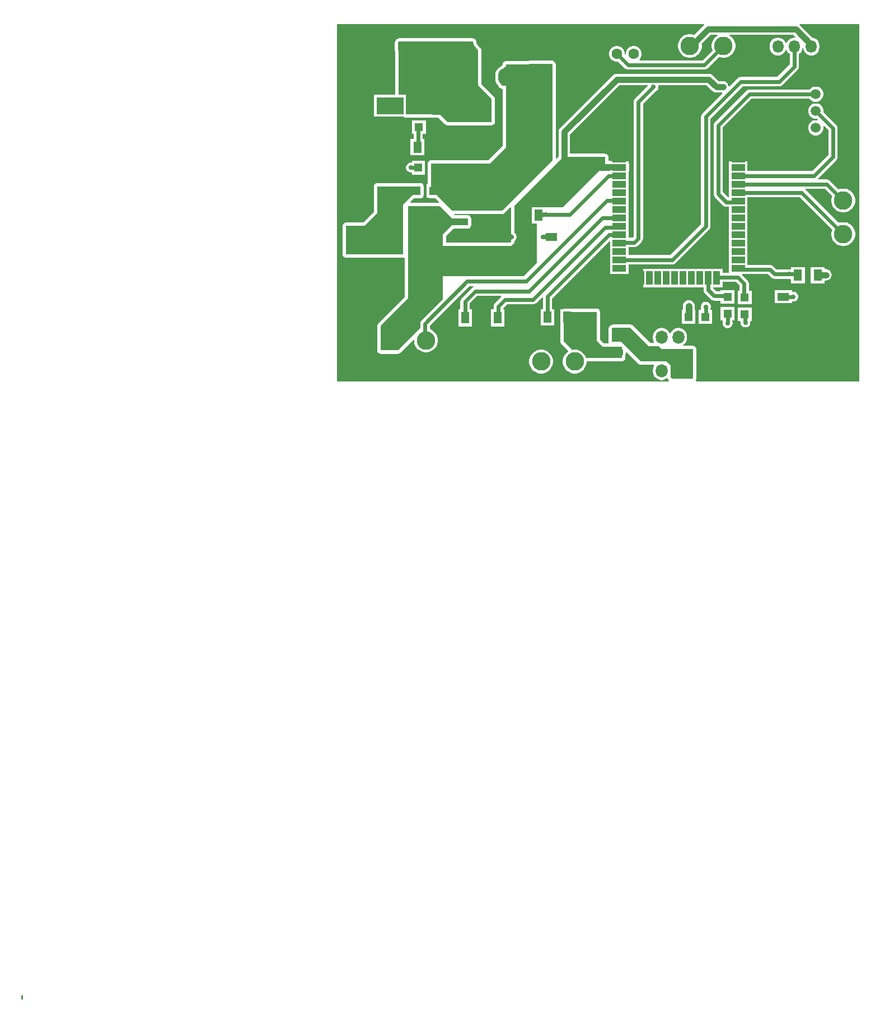
<source format=gtl>
G04*
G04 #@! TF.GenerationSoftware,Altium Limited,Altium Designer,21.9.2 (33)*
G04*
G04 Layer_Physical_Order=1*
G04 Layer_Color=255*
%FSTAX24Y24*%
%MOIN*%
G70*
G04*
G04 #@! TF.SameCoordinates,9AA07E9A-BA48-4811-965E-F14F798923DF*
G04*
G04*
G04 #@! TF.FilePolarity,Positive*
G04*
G01*
G75*
%ADD10C,0.0100*%
%ADD18R,0.0709X0.0472*%
%ADD19R,0.0472X0.0709*%
%ADD20R,0.0787X0.0394*%
%ADD21R,0.1969X0.1969*%
%ADD22R,0.0394X0.0787*%
%ADD23R,0.0650X0.0600*%
%ADD24R,0.0945X0.0394*%
%ADD25R,0.0945X0.1299*%
%ADD26R,0.0472X0.0512*%
%ADD27R,0.0512X0.0650*%
%ADD28R,0.0512X0.0394*%
%ADD29R,0.0512X0.0472*%
%ADD54C,0.0236*%
%ADD55C,0.0472*%
%ADD56C,0.0354*%
%ADD57C,0.0394*%
%ADD58O,0.0650X0.0750*%
%ADD59C,0.0630*%
%ADD60R,0.0630X0.0630*%
%ADD61C,0.1100*%
%ADD62C,0.1500*%
%ADD63O,0.0800X0.1000*%
%ADD64R,0.0800X0.1000*%
%ADD65R,0.1000X0.1600*%
%ADD66R,0.1600X0.1000*%
%ADD67R,0.0591X0.0591*%
%ADD68C,0.0591*%
%ADD69O,0.0709X0.0787*%
%ADD70C,0.0276*%
G36*
X059957Y058744D02*
X050258D01*
X050231Y058794D01*
X050246Y058817D01*
X050262Y058894D01*
Y06065D01*
X050246Y060727D01*
X050203Y060792D01*
X050138Y060836D01*
X050061Y060851D01*
X04949D01*
X049473Y060901D01*
X049558Y060966D01*
X04964Y061073D01*
X049691Y061197D01*
X049709Y061331D01*
Y06141D01*
X049691Y061543D01*
X04964Y061668D01*
X049558Y061775D01*
X049451Y061857D01*
X049326Y061908D01*
X049193Y061926D01*
X049059Y061908D01*
X048934Y061857D01*
X048827Y061775D01*
X048745Y061668D01*
X04872Y061605D01*
X048665D01*
X04864Y061668D01*
X048558Y061775D01*
X048451Y061857D01*
X048326Y061908D01*
X048193Y061926D01*
X048059Y061908D01*
X047934Y061857D01*
X047827Y061775D01*
X047745Y061668D01*
X047694Y061543D01*
X047676Y06141D01*
Y061331D01*
X047694Y061197D01*
X047745Y061073D01*
X047751Y061066D01*
X047729Y061021D01*
X04753D01*
X046492Y06206D01*
X046427Y062103D01*
X04635Y062119D01*
X045273D01*
X045273Y062119D01*
X045273Y062119D01*
X045235Y062111D01*
X045197Y062103D01*
X045197Y062103D01*
X045196Y062103D01*
X045164Y062081D01*
X045132Y06206D01*
X045131Y06206D01*
X045131Y06206D01*
X045096Y062024D01*
X045096Y062024D01*
X045096Y062024D01*
X045075Y061992D01*
X045053Y061959D01*
X045053Y061959D01*
X045053Y061959D01*
X045045Y061921D01*
X045037Y061882D01*
X045037Y061882D01*
X045037Y061882D01*
X045038Y061744D01*
Y0611D01*
X04505Y061037D01*
X045022Y060987D01*
X044769D01*
X044531Y061225D01*
Y062874D01*
X044516Y062951D01*
X044473Y063016D01*
X044408Y063059D01*
X044331Y063075D01*
X042445D01*
X042368Y063059D01*
X042341Y063042D01*
X042171D01*
Y062859D01*
X042156Y062786D01*
Y061138D01*
X042172Y061061D01*
X042215Y060996D01*
X042645Y060566D01*
X04264Y060516D01*
X042573Y060471D01*
X042474Y060372D01*
X042397Y060256D01*
X042343Y060128D01*
X042316Y059991D01*
Y059852D01*
X042343Y059715D01*
X042397Y059586D01*
X042474Y05947D01*
X042573Y059372D01*
X042688Y059294D01*
X042817Y059241D01*
X042954Y059214D01*
X043093D01*
X04323Y059241D01*
X043359Y059294D01*
X043475Y059372D01*
X043573Y05947D01*
X043651Y059586D01*
X043704Y059715D01*
X043731Y059852D01*
Y059938D01*
X045847D01*
X045924Y059954D01*
X045989Y059997D01*
X046032Y060062D01*
X046047Y060139D01*
Y060352D01*
X046063Y06041D01*
Y060477D01*
X046113Y060497D01*
X046831Y059779D01*
X046896Y059736D01*
X046973Y059721D01*
X047729D01*
X047751Y059676D01*
X047745Y059668D01*
X047694Y059543D01*
X047676Y05941D01*
Y059331D01*
X047694Y059197D01*
X047745Y059073D01*
X047827Y058966D01*
X047934Y058884D01*
X048059Y058832D01*
X048193Y058815D01*
X048326Y058832D01*
X048451Y058884D01*
X048506Y058927D01*
X048553Y058909D01*
X048555Y058899D01*
X048598Y058834D01*
X048638Y058794D01*
X048618Y058744D01*
X028862D01*
Y079996D01*
X050714D01*
X050731Y079946D01*
X050722Y079939D01*
X050142Y079359D01*
X050088Y079381D01*
X049952Y079408D01*
X049812D01*
X049676Y079381D01*
X049547Y079328D01*
X049431Y07925D01*
X049332Y079152D01*
X049255Y079036D01*
X049202Y078907D01*
X049174Y07877D01*
Y078631D01*
X049202Y078494D01*
X049255Y078366D01*
X049332Y07825D01*
X049431Y078151D01*
X049547Y078074D01*
X049676Y078021D01*
X049812Y077993D01*
X049952D01*
X050088Y078021D01*
X050217Y078074D01*
X050333Y078151D01*
X050431Y07825D01*
X050509Y078366D01*
X050562Y078494D01*
X050589Y078631D01*
Y07877D01*
X050576Y078839D01*
X0511Y079363D01*
X05151D01*
X051525Y079313D01*
X051431Y07925D01*
X051332Y079152D01*
X051255Y079036D01*
X051202Y078907D01*
X051174Y07877D01*
Y078631D01*
X051202Y078494D01*
X051225Y078437D01*
X05063Y077842D01*
X046887D01*
X046867Y077892D01*
X046913Y077938D01*
X046976Y078046D01*
X047008Y078166D01*
Y078291D01*
X046976Y078411D01*
X046913Y078518D01*
X046826Y078606D01*
X046718Y078669D01*
X046598Y078701D01*
X046473D01*
X046353Y078669D01*
X046245Y078606D01*
X046157Y078518D01*
X046095Y078411D01*
X046063Y078291D01*
Y078208D01*
X046013Y078182D01*
X046008Y078186D01*
Y078291D01*
X045976Y078411D01*
X045913Y078518D01*
X045826Y078606D01*
X045718Y078669D01*
X045598Y078701D01*
X045473D01*
X045353Y078669D01*
X045245Y078606D01*
X045157Y078518D01*
X045095Y078411D01*
X045063Y078291D01*
Y078166D01*
X045095Y078046D01*
X045157Y077938D01*
X045245Y07785D01*
X045353Y077788D01*
X045473Y077756D01*
X045598D01*
X045611Y07776D01*
X046004Y077367D01*
X046061Y077323D01*
X046128Y077295D01*
X0462Y077286D01*
X050745D01*
X050817Y077295D01*
X050884Y077323D01*
X050941Y077367D01*
X051618Y078044D01*
X051676Y078021D01*
X051812Y077993D01*
X051952D01*
X052088Y078021D01*
X052217Y078074D01*
X052333Y078151D01*
X052431Y07825D01*
X052509Y078366D01*
X052562Y078494D01*
X052589Y078631D01*
Y07877D01*
X052562Y078907D01*
X052509Y079036D01*
X052431Y079152D01*
X052333Y07925D01*
X052239Y079313D01*
X052254Y079363D01*
X056047D01*
X05617Y07924D01*
X056147Y079192D01*
X056102Y079198D01*
X055976Y079181D01*
X055859Y079133D01*
X055758Y079056D01*
X055681Y078955D01*
X055639Y078853D01*
X055586D01*
X055544Y078955D01*
X055466Y079056D01*
X055366Y079133D01*
X055248Y079181D01*
X055122Y079198D01*
X054996Y079181D01*
X054879Y079133D01*
X054778Y079056D01*
X054701Y078955D01*
X054652Y078837D01*
X054636Y078711D01*
Y078611D01*
X054652Y078485D01*
X054701Y078368D01*
X054778Y078267D01*
X054879Y07819D01*
X054996Y078141D01*
X055122Y078125D01*
X055248Y078141D01*
X055366Y07819D01*
X055466Y078267D01*
X055544Y078368D01*
X055586Y07847D01*
X055639D01*
X055681Y078368D01*
X055758Y078267D01*
X055824Y078217D01*
Y077595D01*
X055082Y076853D01*
X052913D01*
X052841Y076843D01*
X052774Y076816D01*
X052717Y076771D01*
X052236Y076291D01*
X052184Y076309D01*
X052179Y076347D01*
X052145Y076429D01*
X052091Y076499D01*
X052021Y076552D01*
X05194Y076586D01*
X051853Y076597D01*
X051596D01*
X051255Y076939D01*
X051185Y076993D01*
X051103Y077027D01*
X051016Y077038D01*
X045519D01*
X045432Y077027D01*
X045351Y076993D01*
X045281Y076939D01*
X042163Y073821D01*
X042109Y073751D01*
X042076Y07367D01*
X042064Y073583D01*
Y072112D01*
X04194Y071987D01*
X041894Y072007D01*
Y077602D01*
X041894Y077603D01*
X041894Y077603D01*
X041886Y077641D01*
X041878Y077679D01*
X041878Y07768D01*
X041878Y07768D01*
X041856Y077712D01*
X041835Y077744D01*
X041834Y077744D01*
X041834Y077745D01*
X041799Y07778D01*
X041798Y07778D01*
X041798Y077781D01*
X041765Y077802D01*
X041733Y077823D01*
X041733Y077823D01*
X041732Y077824D01*
X041694Y077831D01*
X041656Y077838D01*
X041656Y077838D01*
X041655Y077838D01*
X038935Y077808D01*
X038898Y077801D01*
X03886Y077793D01*
X038859Y077792D01*
X038858Y077792D01*
X038827Y077771D01*
X038795Y07775D01*
X038794Y077749D01*
X038794Y077748D01*
X038773Y077716D01*
X038752Y077684D01*
X038751Y077683D01*
X038751Y077682D01*
X038744Y077645D01*
X038736Y077608D01*
Y077596D01*
X038729Y077591D01*
X038594Y077457D01*
X038572Y077447D01*
X038455Y077358D01*
X038366Y077241D01*
X03831Y077106D01*
X038291Y07696D01*
Y07676D01*
X03831Y076615D01*
X038366Y076479D01*
X038455Y076363D01*
X038457Y076361D01*
X038461Y076341D01*
X038504Y076276D01*
X038509Y076272D01*
X038585Y076197D01*
X03865Y076153D01*
X038727Y076138D01*
X038736D01*
Y07276D01*
X037889Y071913D01*
X034476D01*
X0344Y071898D01*
X034358Y07187D01*
X034319D01*
Y071831D01*
X034291Y071789D01*
X034276Y071713D01*
Y070492D01*
X034201D01*
Y069665D01*
X034363D01*
X034405Y069637D01*
X034482Y069622D01*
X03474D01*
X034942Y06942D01*
X034923Y069374D01*
X033259D01*
X033239Y06942D01*
X033441Y069622D01*
X033831D01*
X033908Y069637D01*
X033949Y069665D01*
X033988D01*
Y069704D01*
X034016Y069746D01*
X034031Y069823D01*
Y070337D01*
X034016Y070414D01*
X033988Y070456D01*
Y070492D01*
X033953D01*
X033908Y070523D01*
X033831Y070538D01*
X03126D01*
X031183Y070523D01*
X031118Y070479D01*
X031074Y070414D01*
X031059Y070337D01*
Y068823D01*
X030429Y068193D01*
X029408D01*
X02937Y068185D01*
X029332Y068178D01*
X029332Y068178D01*
X029331Y068178D01*
X029299Y068156D01*
X029267Y068135D01*
X029266Y068134D01*
X029266Y068134D01*
X029244Y068102D01*
X029223Y06807D01*
X029223Y068069D01*
X029222Y068069D01*
X029215Y068031D01*
X029207Y067993D01*
X029197Y06632D01*
X029197Y06632D01*
X029197Y06632D01*
X029205Y066281D01*
X029212Y066243D01*
X029212Y066243D01*
X029212Y066243D01*
X029234Y06621D01*
X029255Y066178D01*
X029256Y066178D01*
X029256Y066177D01*
X029291Y066142D01*
X029291Y066142D01*
X029291Y066142D01*
X029324Y06612D01*
X029356Y066098D01*
X029356Y066098D01*
X029357Y066098D01*
X029395Y06609D01*
X029433Y066083D01*
X029433Y066083D01*
X029433Y066083D01*
X032795D01*
X03286Y066096D01*
X03291Y066068D01*
X03291Y063766D01*
X031345Y062202D01*
X031332Y062182D01*
X031316Y062165D01*
X03131Y06215D01*
X031302Y062137D01*
X031298Y06212D01*
X031281Y062094D01*
X031281Y062094D01*
X031281Y062094D01*
X031274Y062058D01*
X031266Y062017D01*
X031266Y06198D01*
Y060582D01*
X031281Y060505D01*
X031324Y06044D01*
X031389Y060396D01*
X031466Y060381D01*
X032491D01*
X032568Y060396D01*
X032633Y06044D01*
X033408Y061215D01*
X033458Y061194D01*
Y061111D01*
X033485Y060975D01*
X033538Y060846D01*
X033616Y06073D01*
X033714Y060632D01*
X03383Y060554D01*
X033959Y060501D01*
X034096Y060474D01*
X034235D01*
X034372Y060501D01*
X0345Y060554D01*
X034616Y060632D01*
X034715Y06073D01*
X034792Y060846D01*
X034846Y060975D01*
X034873Y061111D01*
Y061251D01*
X034846Y061387D01*
X034792Y061516D01*
X034715Y061632D01*
X034616Y061731D01*
X0345Y061808D01*
X034391Y061853D01*
Y062066D01*
X036732Y064407D01*
X03699D01*
X037Y064357D01*
X036948Y064335D01*
X03689Y064291D01*
X0363Y0637D01*
X036255Y063643D01*
X036228Y063576D01*
X036218Y063504D01*
Y063034D01*
X036102D01*
Y06201D01*
X03689D01*
Y063034D01*
X036774D01*
Y063389D01*
X037202Y063817D01*
X038628D01*
X038649Y063767D01*
X038268Y063386D01*
X038224Y063328D01*
X038196Y063261D01*
X038187Y063189D01*
Y063034D01*
X038031D01*
Y06201D01*
X038819D01*
Y063034D01*
X038767D01*
X038753Y063084D01*
X038997Y063328D01*
X040546D01*
X040618Y063337D01*
X040685Y063365D01*
X040742Y063409D01*
X041075Y063742D01*
X041125Y063721D01*
Y063042D01*
X04099D01*
Y062077D01*
X041816D01*
Y063042D01*
X041681D01*
Y063675D01*
X045082Y067075D01*
X045128Y067056D01*
Y066623D01*
Y066123D01*
Y065623D01*
Y065123D01*
X04623D01*
Y0657D01*
X048823D01*
X048895Y065709D01*
X048962Y065737D01*
X04902Y065781D01*
X051023Y067784D01*
X051068Y067842D01*
X051095Y067909D01*
X051105Y067981D01*
Y074373D01*
X053029Y076297D01*
X055197D01*
X055269Y076306D01*
X055336Y076334D01*
X055393Y076378D01*
X056299Y077284D01*
X056343Y077341D01*
X056371Y077408D01*
X05638Y07748D01*
Y078217D01*
X056446Y078267D01*
X056524Y078368D01*
X056572Y078485D01*
X056582Y078559D01*
X056633D01*
X056642Y078485D01*
X056691Y078368D01*
X056768Y078267D01*
X056869Y07819D01*
X056986Y078141D01*
X057112Y078125D01*
X057238Y078141D01*
X057356Y07819D01*
X057456Y078267D01*
X057534Y078368D01*
X057582Y078485D01*
X057599Y078611D01*
Y078711D01*
X057582Y078837D01*
X057534Y078955D01*
X057456Y079056D01*
X057356Y079133D01*
X057238Y079181D01*
X057175Y07919D01*
X056425Y079939D01*
X056416Y079946D01*
X056433Y079996D01*
X059957D01*
X059957Y058744D01*
D02*
G37*
G36*
X041693Y077602D02*
Y07189D01*
X038701Y068898D01*
X035748D01*
X034831Y069815D01*
Y069823D01*
X034482D01*
X034476Y069829D01*
Y071713D01*
X037972D01*
X038937Y072677D01*
Y076339D01*
X038727D01*
X038648Y076418D01*
X038646D01*
Y077225D01*
X038871Y077449D01*
X038937D01*
Y077608D01*
X041657Y077637D01*
X041693Y077602D01*
D02*
G37*
G36*
X041121Y068825D02*
X041127Y068814D01*
X041136Y068804D01*
X041149Y068796D01*
X041166Y068788D01*
X041186Y068782D01*
X04121Y068778D01*
X041238Y068775D01*
X041269Y068773D01*
X041304Y068772D01*
Y068536D01*
X041269Y068535D01*
X04121Y06853D01*
X041186Y068525D01*
X041166Y068519D01*
X041149Y068512D01*
X041136Y068504D01*
X041127Y068494D01*
X041121Y068483D01*
X04112Y06847D01*
Y068837D01*
X041121Y068825D01*
D02*
G37*
G36*
X04738Y076317D02*
X046614Y075551D01*
X04657Y075493D01*
X046543Y075426D01*
X046533Y075354D01*
Y067359D01*
X04646Y067286D01*
X04623D01*
Y067623D01*
Y068123D01*
Y068623D01*
Y069123D01*
Y069623D01*
Y070123D01*
Y070623D01*
Y071213D01*
X046258Y071255D01*
X046273Y071332D01*
Y071623D01*
X046258Y0717D01*
X04623Y071742D01*
Y071832D01*
X045246D01*
X045205Y07186D01*
X045128Y071875D01*
X045044D01*
X045043Y072088D01*
X045035Y072126D01*
X045028Y072163D01*
X045028Y072164D01*
X045028Y072164D01*
X045006Y072196D01*
X044984Y072229D01*
X044984Y072229D01*
X044984Y072229D01*
X044952Y072251D01*
X044919Y072272D01*
X044919Y072272D01*
X044918Y072272D01*
X04488Y07228D01*
X044843Y072287D01*
X042739D01*
Y073443D01*
X045659Y076363D01*
X047361D01*
X04738Y076317D01*
D02*
G37*
G36*
X041299Y067167D02*
X041297Y067178D01*
X041292Y067188D01*
X041283Y067196D01*
X041271Y067204D01*
X041255Y06721D01*
X041235Y067215D01*
X041212Y067219D01*
X041186Y067222D01*
X041122Y067224D01*
Y067461D01*
X041156Y067461D01*
X041212Y067466D01*
X041235Y06747D01*
X041255Y067475D01*
X041271Y067481D01*
X041283Y067489D01*
X041292Y067497D01*
X041297Y067507D01*
X041299Y067518D01*
Y067167D01*
D02*
G37*
G36*
X039228Y069076D02*
Y068297D01*
X039232Y068281D01*
Y067591D01*
X039237Y067565D01*
X039238Y067539D01*
X039244Y067527D01*
X039247Y067514D01*
X039261Y067492D01*
X039273Y067469D01*
X039283Y06746D01*
X03929Y067449D01*
X039312Y067434D01*
X039324Y067424D01*
X039347Y067401D01*
X03936Y067379D01*
X039366Y067355D01*
Y06733D01*
X03936Y067306D01*
X039347Y067284D01*
X039324Y067261D01*
X039312Y067251D01*
X03929Y067236D01*
X039283Y067225D01*
X039273Y067216D01*
X039261Y067193D01*
X039247Y067171D01*
X039244Y067158D01*
X039238Y067146D01*
X039237Y06712D01*
X039232Y067094D01*
Y067066D01*
X039178Y067012D01*
X035355D01*
Y067394D01*
X035792Y067831D01*
X036654D01*
X03673Y067846D01*
X036772Y067874D01*
X036811D01*
Y067913D01*
X036839Y067955D01*
X036854Y068032D01*
Y068425D01*
X036839Y068502D01*
X036811Y068544D01*
Y068583D01*
X036772D01*
X03673Y068611D01*
X036654Y068626D01*
X035847D01*
X035831Y068647D01*
X035855Y068697D01*
X038701D01*
X038778Y068712D01*
X038843Y068756D01*
X039182Y069095D01*
X039228Y069076D01*
D02*
G37*
G36*
X044844Y071674D02*
X045128D01*
Y071623D01*
X046073D01*
Y071332D01*
X045128D01*
Y071281D01*
X044472D01*
X042289Y069097D01*
X04128D01*
Y069105D01*
X040453D01*
Y069097D01*
Y06814D01*
X040774D01*
Y065814D01*
X039961Y065D01*
X035157D01*
Y063618D01*
X033917Y062378D01*
X033872Y06232D01*
X033845Y062253D01*
X033835Y062181D01*
Y061926D01*
X032491Y060582D01*
X031466D01*
Y06198D01*
X031466Y062017D01*
X031496Y062047D01*
X031496Y062047D01*
X031487Y06206D01*
X03311Y063683D01*
X03311Y066637D01*
D01*
Y069173D01*
X035D01*
X035709Y068465D01*
Y068425D01*
X036654D01*
Y068032D01*
X035709D01*
X035154Y067477D01*
Y066811D01*
X039261D01*
X039432Y066983D01*
Y067094D01*
X039453Y067106D01*
X039508Y067161D01*
X039547Y067229D01*
X039567Y067304D01*
Y067381D01*
X039547Y067456D01*
X039508Y067524D01*
X039453Y067579D01*
X039432Y067591D01*
Y068294D01*
X039429Y068297D01*
Y069193D01*
Y069205D01*
X039445Y069209D01*
X042323Y072087D01*
X044843D01*
X044844Y071674D01*
D02*
G37*
G36*
X033831Y069823D02*
X033358D01*
X032795Y06926D01*
Y066283D01*
X029433D01*
X029398Y066319D01*
X029408Y067992D01*
X030512D01*
X03126Y06874D01*
Y070337D01*
X033831D01*
Y069823D01*
D02*
G37*
G36*
X051218Y076021D02*
X051288Y075968D01*
X051369Y075934D01*
X051457Y075922D01*
X051797D01*
X051818Y075872D01*
X05063Y074685D01*
X050586Y074627D01*
X050558Y07456D01*
X050549Y074488D01*
Y068096D01*
X048708Y066256D01*
X04623D01*
Y06673D01*
X046575D01*
X046647Y066739D01*
X046714Y066767D01*
X046771Y066811D01*
X047008Y067048D01*
X047052Y067105D01*
X04708Y067172D01*
X047089Y067244D01*
Y075239D01*
X04784Y07599D01*
X047898Y076024D01*
X047953Y076079D01*
X047992Y076146D01*
X048012Y076221D01*
Y076299D01*
X048005Y076323D01*
X048036Y076363D01*
X050876D01*
X051218Y076021D01*
D02*
G37*
G36*
X044331Y061142D02*
X044686Y060787D01*
X045824D01*
X045847Y060764D01*
Y060139D01*
X043699D01*
X043651Y060256D01*
X043573Y060372D01*
X043475Y060471D01*
X043359Y060548D01*
X04323Y060602D01*
X043093Y060629D01*
X042954D01*
X042881Y060614D01*
X042357Y061138D01*
Y062786D01*
X042445Y062874D01*
X044331D01*
Y061142D01*
D02*
G37*
G36*
X047618Y06065D02*
X050061D01*
Y058894D01*
X048822D01*
X04874Y058976D01*
Y059685D01*
X048504Y059921D01*
X048229D01*
X048193Y059926D01*
X048156Y059921D01*
X046973D01*
X045794Y0611D01*
X045238D01*
Y061745D01*
X045238Y061882D01*
X045273Y061918D01*
X04635D01*
X047618Y06065D01*
D02*
G37*
%LPC*%
G36*
X036969Y079152D02*
X032553D01*
X032552Y079152D01*
X032552Y079152D01*
X032514Y079144D01*
X032476Y079137D01*
X032476Y079136D01*
X032475Y079136D01*
X032443Y079115D01*
X032411Y079093D01*
X032411Y079093D01*
X03241Y079093D01*
X032375Y079057D01*
X032375Y079057D01*
X032375Y079057D01*
X032353Y079025D01*
X032332Y078992D01*
X032332Y078992D01*
X032332Y078992D01*
X032324Y078953D01*
X032317Y078915D01*
X032317Y078915D01*
X032317Y078915D01*
X032321Y077941D01*
X032321Y075799D01*
X031064D01*
Y074484D01*
X032849D01*
X032902Y074448D01*
X032979Y074433D01*
X034909D01*
X03531Y074032D01*
X035375Y073988D01*
X035452Y073973D01*
X038071D01*
X038148Y073988D01*
X038213Y074032D01*
X038256Y074097D01*
X038272Y074174D01*
Y075542D01*
X038256Y075619D01*
X038213Y075684D01*
X037453Y076443D01*
Y078477D01*
X037438Y078554D01*
X037395Y078619D01*
X037304Y07871D01*
X037226Y078825D01*
X037173Y078954D01*
X037166Y07899D01*
X037158Y079009D01*
X037155Y079028D01*
X037144Y079044D01*
X037136Y079063D01*
X037122Y079077D01*
X037111Y079093D01*
X037095Y079104D01*
X037081Y079118D01*
X037062Y079126D01*
X037046Y079137D01*
X037027Y07914D01*
X037008Y079148D01*
X036989D01*
X036969Y079152D01*
D02*
G37*
G36*
X057437Y076281D02*
X057318D01*
X057203Y07625D01*
X057099Y07619D01*
X057015Y076106D01*
X057015Y076106D01*
X053426D01*
X053354Y076096D01*
X053287Y076069D01*
X05323Y076024D01*
X051373Y074168D01*
X051329Y07411D01*
X051301Y074043D01*
X051292Y073972D01*
Y069889D01*
X051301Y069817D01*
X051329Y06975D01*
X051373Y069693D01*
X051852Y069214D01*
X05191Y06917D01*
X051977Y069142D01*
X052049Y069133D01*
X052214D01*
Y068623D01*
Y068123D01*
Y067623D01*
Y067123D01*
Y066623D01*
Y066123D01*
Y065623D01*
Y065206D01*
X051827D01*
Y065438D01*
X047118D01*
Y064336D01*
X050706D01*
Y064173D01*
X050716Y064101D01*
X050744Y064034D01*
X050788Y063977D01*
X051142Y063622D01*
X0512Y063578D01*
X051267Y06355D01*
X051339Y063541D01*
X051713D01*
Y063374D01*
X052539D01*
Y064161D01*
X051713D01*
Y064097D01*
X051454D01*
X051265Y064286D01*
X051268Y064336D01*
X051827D01*
Y06465D01*
X052634D01*
X052832Y064452D01*
Y064122D01*
X052736D01*
Y063335D01*
X053563D01*
Y064122D01*
X053388D01*
Y064567D01*
X053379Y064639D01*
X053351Y064706D01*
X053307Y064763D01*
X052996Y065075D01*
X053015Y065121D01*
X054525D01*
X054725Y064922D01*
X054782Y064877D01*
X054849Y06485D01*
X054921Y06484D01*
X055692D01*
X055756Y064823D01*
X055834D01*
X055856Y064829D01*
X055896Y064798D01*
Y064567D01*
X056723D01*
Y065532D01*
X055896D01*
Y065438D01*
X055856Y065407D01*
X055834Y065413D01*
X055756D01*
X055692Y065396D01*
X055036D01*
X054837Y065595D01*
X054779Y06564D01*
X054712Y065667D01*
X05464Y065677D01*
X053317D01*
Y066123D01*
Y066623D01*
Y067123D01*
Y067623D01*
Y068123D01*
Y068623D01*
Y069123D01*
Y0697D01*
X056422D01*
X058356Y067766D01*
X058332Y067709D01*
X058305Y067572D01*
Y067433D01*
X058332Y067296D01*
X058385Y067168D01*
X058463Y067052D01*
X058561Y066953D01*
X058677Y066876D01*
X058806Y066822D01*
X058943Y066795D01*
X059082D01*
X059219Y066822D01*
X059347Y066876D01*
X059463Y066953D01*
X059562Y067052D01*
X059639Y067168D01*
X059693Y067296D01*
X05972Y067433D01*
Y067572D01*
X059693Y067709D01*
X059639Y067838D01*
X059562Y067954D01*
X059463Y068052D01*
X059347Y06813D01*
X059219Y068183D01*
X059082Y06821D01*
X058943D01*
X058806Y068183D01*
X058749Y068159D01*
X056758Y07015D01*
X056779Y0702D01*
X057922D01*
X058356Y069766D01*
X058332Y069709D01*
X058305Y069572D01*
Y069433D01*
X058332Y069296D01*
X058385Y069168D01*
X058463Y069052D01*
X058561Y068953D01*
X058677Y068876D01*
X058806Y068822D01*
X058943Y068795D01*
X059082D01*
X059219Y068822D01*
X059347Y068876D01*
X059463Y068953D01*
X059562Y069052D01*
X059639Y069168D01*
X059693Y069296D01*
X05972Y069433D01*
Y069572D01*
X059693Y069709D01*
X059639Y069838D01*
X059562Y069954D01*
X059463Y070052D01*
X059347Y07013D01*
X059219Y070183D01*
X059082Y07021D01*
X058943D01*
X058806Y070183D01*
X058749Y070159D01*
X058234Y070674D01*
X058176Y070718D01*
X058109Y070746D01*
X058037Y070756D01*
X057519D01*
X057498Y070806D01*
X058595Y071903D01*
X058639Y07196D01*
X058667Y072027D01*
X058676Y072099D01*
Y073807D01*
X058667Y073879D01*
X058639Y073946D01*
X058595Y074003D01*
X05783Y074768D01*
X05783Y074768D01*
Y074888D01*
X057799Y075003D01*
X05774Y075106D01*
X057655Y07519D01*
X057552Y07525D01*
X057437Y075281D01*
X057318D01*
X057203Y07525D01*
X057099Y07519D01*
X057015Y075106D01*
X056955Y075003D01*
X056925Y074888D01*
Y074768D01*
X056955Y074653D01*
X057015Y07455D01*
X057099Y074466D01*
X057203Y074406D01*
X057318Y074375D01*
X057437D01*
X057437Y074375D01*
X057495Y074317D01*
X057469Y074272D01*
X057437Y074281D01*
X057318D01*
X057203Y07425D01*
X057099Y07419D01*
X057015Y074106D01*
X056955Y074003D01*
X056925Y073888D01*
Y073768D01*
X056955Y073653D01*
X057015Y07355D01*
X057099Y073466D01*
X057203Y073406D01*
X057318Y073375D01*
X057437D01*
X057552Y073406D01*
X057655Y073466D01*
X05774Y07355D01*
X057799Y073653D01*
X05783Y073768D01*
Y073888D01*
X057821Y07392D01*
X057866Y073946D01*
X05812Y073692D01*
Y072214D01*
X057162Y071256D01*
X053317D01*
Y071832D01*
X052214D01*
Y071123D01*
Y070623D01*
Y070123D01*
Y069689D01*
X052164D01*
X051848Y070004D01*
Y073856D01*
X053541Y07555D01*
X057015D01*
X057015Y07555D01*
X057099Y075466D01*
X057203Y075406D01*
X057318Y075375D01*
X057437D01*
X057552Y075406D01*
X057655Y075466D01*
X05774Y07555D01*
X057799Y075653D01*
X05783Y075768D01*
Y075888D01*
X057799Y076003D01*
X05774Y076106D01*
X057655Y07619D01*
X057552Y07625D01*
X057437Y076281D01*
D02*
G37*
G36*
X034154Y074264D02*
X033327D01*
Y073476D01*
X033423D01*
Y07316D01*
X033248D01*
Y072195D01*
X034075D01*
Y07316D01*
X033979D01*
Y073476D01*
X034154D01*
Y074264D01*
D02*
G37*
G36*
X034106Y07187D02*
X033319D01*
Y071758D01*
X033316Y071756D01*
X033239D01*
X033163Y071736D01*
X033096Y071697D01*
X033041Y071642D01*
X033002Y071575D01*
X032982Y0715D01*
Y071422D01*
X033002Y071347D01*
X033041Y071279D01*
X033096Y071224D01*
X033163Y071186D01*
X033239Y071165D01*
X033316D01*
X033319Y071163D01*
Y071043D01*
X034106D01*
Y07187D01*
D02*
G37*
G36*
X057904Y065532D02*
X057077D01*
Y064567D01*
X057904D01*
Y064741D01*
X057992D01*
X058079Y064753D01*
X058161Y064786D01*
X058231Y06484D01*
X058284Y06491D01*
X058318Y064991D01*
X05833Y065079D01*
X058318Y065166D01*
X058284Y065248D01*
X058231Y065317D01*
X058161Y065371D01*
X058079Y065405D01*
X057992Y065416D01*
X057904D01*
Y065532D01*
D02*
G37*
G36*
X055954Y064169D02*
X054931D01*
Y063382D01*
X055954D01*
Y063461D01*
X055985Y063484D01*
X056062D01*
X056138Y063504D01*
X056205Y063543D01*
X05626Y063598D01*
X056299Y063666D01*
X056319Y063741D01*
Y063818D01*
X056299Y063893D01*
X05626Y063961D01*
X056205Y064016D01*
X056138Y064055D01*
X056062Y064075D01*
X055985D01*
X055954Y064098D01*
Y064169D01*
D02*
G37*
G36*
X050871Y063475D02*
X050794D01*
X050718Y063455D01*
X050651Y063416D01*
X050596Y063361D01*
X050557Y063294D01*
X050537Y063219D01*
Y063141D01*
X050547Y063105D01*
Y062989D01*
X050409D01*
Y062162D01*
X051197D01*
Y062989D01*
X051103D01*
Y063058D01*
X051108Y063066D01*
X051128Y063141D01*
Y063219D01*
X051108Y063294D01*
X051069Y063361D01*
X051014Y063416D01*
X050946Y063455D01*
X050871Y063475D01*
D02*
G37*
G36*
X049824Y063573D02*
X049732Y06356D01*
X049646Y063525D01*
X049572Y063468D01*
X049515Y063394D01*
X049479Y063308D01*
X049467Y063215D01*
Y062989D01*
X049409D01*
Y062162D01*
X050197D01*
Y062989D01*
X050182D01*
Y063215D01*
X05017Y063308D01*
X050134Y063394D01*
X050077Y063468D01*
X050003Y063525D01*
X049917Y06356D01*
X049824Y063573D01*
D02*
G37*
G36*
X053563Y063122D02*
X052736D01*
Y062335D01*
X052857D01*
X052894Y062285D01*
X052894Y062283D01*
Y062205D01*
X052914Y06213D01*
X052953Y062063D01*
X053008Y062008D01*
X053075Y061969D01*
X05315Y061949D01*
X053228D01*
X053303Y061969D01*
X05337Y062008D01*
X053425Y062063D01*
X053464Y06213D01*
X053484Y062205D01*
Y062283D01*
X053481Y062295D01*
X053511Y062335D01*
X053563D01*
Y063122D01*
D02*
G37*
G36*
X052539Y063161D02*
X051713D01*
Y062374D01*
X051848D01*
Y062308D01*
X051831Y062244D01*
Y062166D01*
X051851Y062091D01*
X05189Y062023D01*
X051945Y061968D01*
X052012Y06193D01*
X052087Y061909D01*
X052165D01*
X05224Y06193D01*
X052307Y061968D01*
X052362Y062023D01*
X052401Y062091D01*
X052421Y062166D01*
Y062244D01*
X052404Y062308D01*
Y062374D01*
X052539D01*
Y063161D01*
D02*
G37*
G36*
X041093Y060629D02*
X040954D01*
X040817Y060602D01*
X040689Y060548D01*
X040573Y060471D01*
X040474Y060372D01*
X040397Y060256D01*
X040343Y060128D01*
X040316Y059991D01*
Y059852D01*
X040343Y059715D01*
X040397Y059586D01*
X040474Y05947D01*
X040573Y059372D01*
X040689Y059294D01*
X040817Y059241D01*
X040954Y059214D01*
X041093D01*
X04123Y059241D01*
X041359Y059294D01*
X041475Y059372D01*
X041573Y05947D01*
X041651Y059586D01*
X041704Y059715D01*
X041731Y059852D01*
Y059991D01*
X041704Y060128D01*
X041651Y060256D01*
X041573Y060372D01*
X041475Y060471D01*
X041359Y060548D01*
X04123Y060602D01*
X041093Y060629D01*
D02*
G37*
%LPD*%
G36*
X03698Y078896D02*
X037049Y07873D01*
X037148Y078582D01*
X037253Y078477D01*
Y07636D01*
X038071Y075542D01*
Y074174D01*
X035452D01*
X034992Y074634D01*
X032979D01*
Y075799D01*
X032522D01*
X032522Y077942D01*
X032517Y078916D01*
X032553Y078951D01*
X036969D01*
X03698Y078896D01*
D02*
G37*
D10*
X0101Y022D02*
Y0222D01*
D18*
X041651Y067343D02*
D03*
X038585D02*
D03*
X058508Y063776D02*
D03*
X055442D02*
D03*
D19*
X036496Y062522D02*
D03*
Y059456D02*
D03*
X038425D02*
D03*
Y062522D02*
D03*
D20*
X045679Y070978D02*
D03*
Y070478D02*
D03*
Y071978D02*
D03*
Y071478D02*
D03*
Y069978D02*
D03*
Y068478D02*
D03*
Y068978D02*
D03*
Y069478D02*
D03*
Y065478D02*
D03*
Y065978D02*
D03*
Y066478D02*
D03*
Y066978D02*
D03*
Y067478D02*
D03*
Y067978D02*
D03*
X052766Y065478D02*
D03*
Y065978D02*
D03*
Y066478D02*
D03*
Y066978D02*
D03*
Y067478D02*
D03*
Y067978D02*
D03*
Y068478D02*
D03*
Y068978D02*
D03*
Y069478D02*
D03*
Y069978D02*
D03*
Y070478D02*
D03*
Y070978D02*
D03*
Y071478D02*
D03*
Y071978D02*
D03*
D21*
X048819Y068898D02*
D03*
D22*
X050972Y064887D02*
D03*
X050472D02*
D03*
X049972D02*
D03*
X049472D02*
D03*
X048972D02*
D03*
X048472D02*
D03*
X047972D02*
D03*
X047472D02*
D03*
X046972D02*
D03*
X051472D02*
D03*
D23*
X044134Y071594D02*
D03*
Y072894D02*
D03*
D24*
X036181Y067323D02*
D03*
Y068228D02*
D03*
Y069134D02*
D03*
D25*
X033898Y068228D02*
D03*
D26*
X049803Y062575D02*
D03*
X050803D02*
D03*
X034713Y071457D02*
D03*
X033713D02*
D03*
X033594Y070079D02*
D03*
X034594D02*
D03*
D27*
X05749Y065049D02*
D03*
X056309D02*
D03*
X033661Y072677D02*
D03*
X034843D02*
D03*
X042584Y062559D02*
D03*
X041403D02*
D03*
X040866Y068622D02*
D03*
X039685D02*
D03*
D28*
X034764Y074803D02*
D03*
Y073973D02*
D03*
X037559Y069094D02*
D03*
Y068264D02*
D03*
D29*
X03374Y07487D02*
D03*
Y07387D02*
D03*
X052126Y062768D02*
D03*
Y063768D02*
D03*
X05315Y063728D02*
D03*
Y062728D02*
D03*
D54*
X033701Y072717D02*
Y073831D01*
X03374Y07387D01*
X033661Y072677D02*
X033701Y072717D01*
X042732Y068661D02*
X045044Y070973D01*
X041312Y068661D02*
X042732D01*
X045044Y070973D02*
X045674D01*
X045679Y065978D02*
X048823D01*
X050827Y067981D02*
Y074488D01*
X048823Y065978D02*
X050827Y067981D01*
X045535Y078228D02*
X0462Y077564D01*
X050745D02*
X051882Y078701D01*
X0462Y077564D02*
X050745D01*
X033279Y071459D02*
X033711D01*
X033277Y071461D02*
X033279Y071459D01*
X033711D02*
X033713Y071457D01*
X041122Y067343D02*
X041651D01*
X046811Y075354D02*
X047717Y07626D01*
X055197Y076575D02*
X056102Y07748D01*
Y078661D01*
X052913Y076575D02*
X055197D01*
X050827Y074488D02*
X052913Y076575D01*
X05157Y069889D02*
X052049Y069411D01*
X05157Y073972D02*
X053426Y075828D01*
X05157Y069889D02*
Y073972D01*
X053426Y075828D02*
X057377D01*
X052699Y069411D02*
X052766Y069478D01*
X052049Y069411D02*
X052699D01*
X058398Y072099D02*
Y073807D01*
X057377Y074828D02*
X058398Y073807D01*
X052798Y070945D02*
X052831Y070978D01*
X057277D02*
X058398Y072099D01*
X052831Y070978D02*
X057277D01*
X052766D02*
X052798Y070945D01*
X052766Y069978D02*
X056537D01*
X059012Y067503D01*
X058037Y070478D02*
X059012Y069503D01*
X052766Y070478D02*
X058037D01*
X053181Y062252D02*
X053189Y062244D01*
X05315Y062728D02*
X053181Y062697D01*
Y062252D02*
Y062697D01*
X052126Y062205D02*
Y062768D01*
X05311Y063768D02*
Y064567D01*
Y063768D02*
X05315Y063728D01*
X05275Y064928D02*
X05311Y064567D01*
X051513Y064928D02*
X05275D01*
X051472Y064887D02*
X051513Y064928D01*
X051339Y063819D02*
X052075D01*
X052126Y063768D01*
X050984Y064173D02*
X051339Y063819D01*
X050984Y064173D02*
Y064875D01*
X050972Y064887D02*
X050984Y064875D01*
X055795Y065118D02*
X05624D01*
X054921D02*
X055795D01*
X055446Y06378D02*
X056024D01*
X055442Y063776D02*
X055446Y06378D01*
X05624Y065118D02*
X056309Y065049D01*
X05464Y065399D02*
X054921Y065118D01*
X052844Y065399D02*
X05464D01*
X052766Y065478D02*
X052844Y065399D01*
X050825Y062597D02*
Y063172D01*
X050803Y062575D02*
X050825Y062597D01*
Y063172D02*
X050832Y06318D01*
X044851Y067911D02*
X045612D01*
X038882Y063606D02*
X040546D01*
X044851Y067911D01*
X041403Y062559D02*
Y06379D01*
X045663Y067462D02*
X045679Y067478D01*
X041403Y06379D02*
X045075Y067462D01*
X045663D01*
X044662Y068465D02*
X045666D01*
X040292Y064094D02*
X044662Y068465D01*
X037087Y064094D02*
X040292D01*
X036617Y064685D02*
X040138D01*
X044938Y069485D02*
X045665D01*
X040138Y064685D02*
X044938Y069485D01*
X042624Y06252D02*
X043465D01*
X042584Y062559D02*
X042624Y06252D01*
X04796Y060743D02*
X049193Y059511D01*
Y05937D02*
Y059511D01*
X046426Y060743D02*
X04796D01*
X045697Y061472D02*
X046426Y060743D01*
X045591Y061472D02*
X045697D01*
X043465Y06252D02*
X043937Y062047D01*
Y061191D02*
Y062047D01*
Y061191D02*
X04458Y060548D01*
X045515D02*
X045591Y060472D01*
X04458Y060548D02*
X045515D01*
X038465Y063189D02*
X038882Y063606D01*
X045727Y066929D02*
X045806Y067008D01*
X046811Y067244D02*
Y075354D01*
X046575Y067008D02*
X046811Y067244D01*
X045806Y067008D02*
X046575D01*
X045679Y066978D02*
X045727Y066929D01*
X041304Y068654D02*
X041312Y068661D01*
X040866Y068622D02*
X040898Y068654D01*
X041304D01*
X038465Y062562D02*
Y063189D01*
X038425Y062522D02*
X038465Y062562D01*
X036496Y063504D02*
X037087Y064094D01*
X036496Y062522D02*
Y063504D01*
X034113Y062181D02*
X036617Y064685D01*
X045612Y067911D02*
X045679Y067978D01*
X034113Y061233D02*
Y062181D01*
X045666Y068465D02*
X045679Y068478D01*
X034113Y061233D02*
X034165Y061181D01*
D55*
X036997Y067422D02*
X037029D01*
X036831Y067256D02*
X036997Y067422D01*
X036445Y067256D02*
X036831D01*
X036884Y067309D01*
X036417Y067283D02*
X036445Y067256D01*
X036884Y067309D02*
Y067619D01*
X052782Y07206D02*
Y07267D01*
X045699Y072195D02*
Y072804D01*
X044154Y072874D02*
X044764D01*
X044134Y072894D02*
X044154Y072874D01*
X057957Y063776D02*
X058508D01*
D56*
X042402Y073583D02*
X045519Y076701D01*
X051016D02*
X051457Y07626D01*
X045519Y076701D02*
X051016D01*
X051457Y07626D02*
X051853D01*
X042402Y07126D02*
Y073583D01*
X045671Y071486D02*
X045679Y071478D01*
X044774Y071486D02*
X045671D01*
X056186Y079701D02*
X057112Y078775D01*
Y078661D02*
Y078775D01*
X050961Y079701D02*
X056186D01*
X049961Y078701D02*
X050961Y079701D01*
X049882Y078701D02*
X049961D01*
X05752Y065079D02*
X057992D01*
X05749Y065049D02*
X05752Y065079D01*
D57*
X049824Y062596D02*
Y063215D01*
X049803Y062575D02*
X049824Y062596D01*
X037446Y075319D02*
X037855D01*
Y074547D02*
Y07494D01*
Y075319D01*
D58*
X054112Y078661D02*
D03*
X055122D02*
D03*
X056102D02*
D03*
X057112D02*
D03*
D59*
X037446Y072989D02*
D03*
X045591Y059472D02*
D03*
Y060472D02*
D03*
Y061472D02*
D03*
X047535Y078228D02*
D03*
X046535D02*
D03*
X045535D02*
D03*
D60*
X037446Y074489D02*
D03*
D61*
X032165Y061181D02*
D03*
X034165D02*
D03*
X030139Y061155D02*
D03*
X043024Y059921D02*
D03*
X041024D02*
D03*
X059012Y067503D02*
D03*
Y069503D02*
D03*
X051882Y078701D02*
D03*
X049882D02*
D03*
X029921Y069283D02*
D03*
Y067283D02*
D03*
D62*
X037853Y07916D02*
D03*
D63*
X038853Y07686D02*
D03*
X037853D02*
D03*
D64*
X036853D02*
D03*
D65*
X033022Y077142D02*
D03*
X030522D02*
D03*
D66*
X032022Y075142D02*
D03*
D67*
X057377Y072828D02*
D03*
D68*
Y073828D02*
D03*
Y074828D02*
D03*
Y075828D02*
D03*
D69*
X048193Y05937D02*
D03*
X049193D02*
D03*
X052193D02*
D03*
Y06137D02*
D03*
X049193D02*
D03*
X048193D02*
D03*
D70*
X036884Y067465D02*
D03*
Y067674D02*
D03*
X036513Y067674D02*
D03*
X036884Y067256D02*
D03*
X059055Y079528D02*
D03*
X059449Y07874D02*
D03*
X059055Y077953D02*
D03*
X059449Y077165D02*
D03*
X059055Y076378D02*
D03*
X059449Y075591D02*
D03*
X059055Y074803D02*
D03*
X059449Y074016D02*
D03*
X059055Y073228D02*
D03*
X059449Y072441D02*
D03*
X059055Y071654D02*
D03*
X059449Y070866D02*
D03*
X059055Y068504D02*
D03*
X059449Y066142D02*
D03*
X059055Y065354D02*
D03*
X059449Y064567D02*
D03*
X059055Y06378D02*
D03*
X059449Y062992D02*
D03*
X059055Y062205D02*
D03*
X059449Y061417D02*
D03*
X059055Y06063D02*
D03*
X059449Y059843D02*
D03*
X059055Y059055D02*
D03*
X058268Y079528D02*
D03*
X058661Y07874D02*
D03*
X058268Y077953D02*
D03*
X058661Y077165D02*
D03*
X058268Y076378D02*
D03*
X058661Y075591D02*
D03*
X058268Y074803D02*
D03*
X058661Y066142D02*
D03*
Y064567D02*
D03*
Y062992D02*
D03*
X058268Y062205D02*
D03*
X058661Y061417D02*
D03*
X058268Y06063D02*
D03*
X058661Y059843D02*
D03*
X058268Y059055D02*
D03*
X05748Y079528D02*
D03*
X057874Y07874D02*
D03*
X05748Y077953D02*
D03*
X057874Y077165D02*
D03*
Y072441D02*
D03*
X05748Y066929D02*
D03*
X057874Y062992D02*
D03*
X05748Y062205D02*
D03*
X057874Y061417D02*
D03*
X05748Y06063D02*
D03*
X057874Y059843D02*
D03*
X05748Y059055D02*
D03*
X056693Y077953D02*
D03*
X057087Y077165D02*
D03*
X056693Y076378D02*
D03*
Y074803D02*
D03*
Y073228D02*
D03*
Y071654D02*
D03*
Y068504D02*
D03*
X057087Y067717D02*
D03*
X056693Y066929D02*
D03*
X057087Y066142D02*
D03*
Y062992D02*
D03*
X056693Y062205D02*
D03*
X057087Y061417D02*
D03*
X056693Y06063D02*
D03*
X057087Y059843D02*
D03*
X056693Y059055D02*
D03*
X055906Y076378D02*
D03*
Y074803D02*
D03*
Y073228D02*
D03*
X056299Y072441D02*
D03*
X055906Y071654D02*
D03*
X056299Y069291D02*
D03*
X055906Y068504D02*
D03*
X056299Y067717D02*
D03*
X055906Y066929D02*
D03*
X056299Y066142D02*
D03*
Y062992D02*
D03*
X055906Y062205D02*
D03*
X056299Y061417D02*
D03*
X055906Y06063D02*
D03*
X056299Y059843D02*
D03*
X055906Y059055D02*
D03*
X055118Y077953D02*
D03*
Y073228D02*
D03*
X055512Y072441D02*
D03*
X055118Y071654D02*
D03*
X055512Y069291D02*
D03*
X055118Y068504D02*
D03*
X055512Y067717D02*
D03*
X055118Y059055D02*
D03*
X054331Y077953D02*
D03*
X054724Y077165D02*
D03*
X054331Y074803D02*
D03*
X054724Y074016D02*
D03*
X054331Y073228D02*
D03*
X054724Y072441D02*
D03*
X054331Y071654D02*
D03*
X054724Y069291D02*
D03*
X054331Y068504D02*
D03*
X054724Y067717D02*
D03*
X054331Y059055D02*
D03*
X053543Y077953D02*
D03*
X053937Y077165D02*
D03*
X053543Y074803D02*
D03*
X053937Y074016D02*
D03*
X053543Y073228D02*
D03*
X053937Y072441D02*
D03*
X053543Y071654D02*
D03*
X053937Y069291D02*
D03*
X053543Y068504D02*
D03*
X053937Y067717D02*
D03*
X053543Y059055D02*
D03*
X05315Y07874D02*
D03*
X052756Y077953D02*
D03*
X05315Y077165D02*
D03*
Y074016D02*
D03*
X052756Y073228D02*
D03*
X05315Y072441D02*
D03*
Y061417D02*
D03*
X052756Y059055D02*
D03*
X052362Y077165D02*
D03*
Y074016D02*
D03*
Y072441D02*
D03*
X051575Y077165D02*
D03*
X051181Y059055D02*
D03*
X050394Y06378D02*
D03*
X048819Y073228D02*
D03*
Y071654D02*
D03*
Y070079D02*
D03*
Y066929D02*
D03*
X048032Y079528D02*
D03*
X048425Y07874D02*
D03*
X048032Y073228D02*
D03*
X048425Y072441D02*
D03*
X048032Y071654D02*
D03*
X048425Y070866D02*
D03*
X048032Y070079D02*
D03*
X048425Y067717D02*
D03*
X048032Y066929D02*
D03*
X047244Y079528D02*
D03*
X047638Y07874D02*
D03*
X047244Y073228D02*
D03*
X047638Y072441D02*
D03*
X047244Y071654D02*
D03*
X047638Y070866D02*
D03*
X047244Y070079D02*
D03*
X047638Y069291D02*
D03*
X047244Y068504D02*
D03*
X047638Y067717D02*
D03*
X047244Y066929D02*
D03*
Y059055D02*
D03*
X046457Y079528D02*
D03*
Y065354D02*
D03*
Y059055D02*
D03*
X045669Y079528D02*
D03*
X046063Y07874D02*
D03*
X045669Y073228D02*
D03*
X046063Y072441D02*
D03*
Y059843D02*
D03*
X044882Y079528D02*
D03*
Y077953D02*
D03*
X045276Y077165D02*
D03*
X044882Y073228D02*
D03*
X045276Y072441D02*
D03*
X044882Y065354D02*
D03*
X044095Y079528D02*
D03*
X044488Y07874D02*
D03*
X044095Y077953D02*
D03*
X044488Y077165D02*
D03*
X044095Y076378D02*
D03*
X044488Y066142D02*
D03*
X043307Y079528D02*
D03*
X043701Y07874D02*
D03*
X043307Y077953D02*
D03*
X043701Y077165D02*
D03*
X043307Y076378D02*
D03*
Y073228D02*
D03*
X043701Y064567D02*
D03*
X04252Y079528D02*
D03*
X042913Y07874D02*
D03*
X04252Y077953D02*
D03*
X042913Y077165D02*
D03*
X04252Y076378D02*
D03*
X042913Y072441D02*
D03*
Y064567D02*
D03*
X041732Y079528D02*
D03*
X042126Y07874D02*
D03*
Y077165D02*
D03*
Y059843D02*
D03*
X040945Y079528D02*
D03*
X041339Y07874D02*
D03*
X040157Y079528D02*
D03*
X040551Y07874D02*
D03*
X03937Y079528D02*
D03*
X039764Y07874D02*
D03*
X038976D02*
D03*
X037402Y072441D02*
D03*
X03622Y079528D02*
D03*
Y073228D02*
D03*
X036614Y072441D02*
D03*
X03622Y06063D02*
D03*
X035433Y079528D02*
D03*
Y073228D02*
D03*
X035827Y072441D02*
D03*
Y062992D02*
D03*
X035433Y062205D02*
D03*
X035827Y061417D02*
D03*
X035433Y06063D02*
D03*
X035827Y059843D02*
D03*
X035433Y059055D02*
D03*
X034646Y079528D02*
D03*
Y073228D02*
D03*
X035039Y061417D02*
D03*
Y059843D02*
D03*
X034646Y059055D02*
D03*
X033858Y079528D02*
D03*
X034252Y072441D02*
D03*
Y059843D02*
D03*
X033858Y059055D02*
D03*
X033071Y079528D02*
D03*
Y073228D02*
D03*
X033465Y070866D02*
D03*
X033071Y06063D02*
D03*
X033465Y059843D02*
D03*
X033071Y059055D02*
D03*
X032283Y079528D02*
D03*
X032677Y074016D02*
D03*
X032283Y073228D02*
D03*
X032677Y072441D02*
D03*
X032283Y071654D02*
D03*
X032677Y070866D02*
D03*
X032283Y065354D02*
D03*
X032677Y064567D02*
D03*
X032283Y06378D02*
D03*
X032677Y059843D02*
D03*
X032283Y059055D02*
D03*
X031496Y079528D02*
D03*
X03189Y07874D02*
D03*
X031496Y077953D02*
D03*
X03189Y077165D02*
D03*
X031496Y076378D02*
D03*
X03189Y074016D02*
D03*
X031496Y073228D02*
D03*
X03189Y072441D02*
D03*
X031496Y071654D02*
D03*
X03189Y070866D02*
D03*
X031496Y065354D02*
D03*
X03189Y064567D02*
D03*
X031496Y06378D02*
D03*
X03189Y062992D02*
D03*
Y059843D02*
D03*
X031496Y059055D02*
D03*
X030709Y079528D02*
D03*
X031102Y07874D02*
D03*
X030709Y074803D02*
D03*
X031102Y074016D02*
D03*
X030709Y073228D02*
D03*
X031102Y072441D02*
D03*
X030709Y071654D02*
D03*
X031102Y070866D02*
D03*
X030709Y070079D02*
D03*
Y065354D02*
D03*
X031102Y064567D02*
D03*
X030709Y06378D02*
D03*
X031102Y062992D02*
D03*
X030709Y062205D02*
D03*
X031102Y061417D02*
D03*
X030709Y06063D02*
D03*
X031102Y059843D02*
D03*
X030709Y059055D02*
D03*
X029921Y079528D02*
D03*
X030315Y07874D02*
D03*
Y075591D02*
D03*
X029921Y074803D02*
D03*
X030315Y074016D02*
D03*
X029921Y073228D02*
D03*
X030315Y072441D02*
D03*
X029921Y071654D02*
D03*
X030315Y070866D02*
D03*
X029921Y070079D02*
D03*
Y068504D02*
D03*
Y065354D02*
D03*
X030315Y064567D02*
D03*
X029921Y06378D02*
D03*
X030315Y062992D02*
D03*
X029921Y062205D02*
D03*
X030315Y059843D02*
D03*
X029921Y059055D02*
D03*
X029134Y079528D02*
D03*
X029528Y07874D02*
D03*
X029134Y077953D02*
D03*
X029528Y077165D02*
D03*
X029134Y076378D02*
D03*
X029528Y075591D02*
D03*
X029134Y074803D02*
D03*
X029528Y074016D02*
D03*
X029134Y073228D02*
D03*
X029528Y072441D02*
D03*
X029134Y071654D02*
D03*
X029528Y070866D02*
D03*
X029134Y070079D02*
D03*
Y068504D02*
D03*
Y065354D02*
D03*
X029528Y064567D02*
D03*
X029134Y06378D02*
D03*
X029528Y062992D02*
D03*
X029134Y062205D02*
D03*
Y06063D02*
D03*
X029528Y059843D02*
D03*
X029134Y059055D02*
D03*
X041339Y075D02*
D03*
X040748Y076181D02*
D03*
X041043Y075591D02*
D03*
X040748Y075D02*
D03*
X040453Y076772D02*
D03*
X040157Y076181D02*
D03*
X040453Y075591D02*
D03*
X040157Y075D02*
D03*
X039862Y076772D02*
D03*
X039567Y076181D02*
D03*
X039862Y075591D02*
D03*
X052782Y07267D02*
D03*
X045699Y072804D02*
D03*
X044764Y072874D02*
D03*
X051853Y07626D02*
D03*
X033277Y071461D02*
D03*
X043363Y070472D02*
D03*
X041122Y067343D02*
D03*
X041312Y068661D02*
D03*
X055795Y065118D02*
D03*
X051457Y07626D02*
D03*
X047717D02*
D03*
X035459Y068451D02*
D03*
X035039Y068858D02*
D03*
X034591Y068451D02*
D03*
X057992Y065079D02*
D03*
X053189Y062244D02*
D03*
X052126Y062205D02*
D03*
X057957Y063776D02*
D03*
X056024Y06378D02*
D03*
X050832Y06318D02*
D03*
X049824Y063215D02*
D03*
X039272Y067343D02*
D03*
X037855Y074547D02*
D03*
Y07494D02*
D03*
Y075319D02*
D03*
X037446D02*
D03*
Y074946D02*
D03*
M02*

</source>
